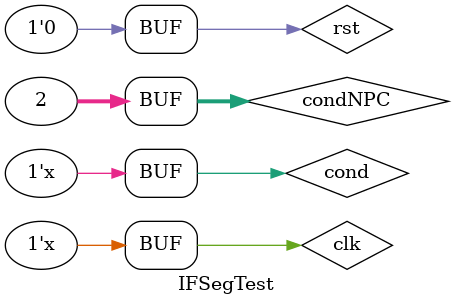
<source format=v>
`timescale 1ns / 1ps


module IFSegTest;

	// Inputs
	reg clk;
	reg rst;
	reg cond;
	reg [31:0] condNPC;

	// Outputs
	wire [31:0] NPC;
	wire [31:0] IR;

	// Instantiate the Unit Under Test (UUT)
	IFSeg uut (
		.clk(clk), 
		.rst(rst), 
		.cond(cond), 
		.condNPC(condNPC), 
		.NPC(NPC), 
		.IR(IR)
	);

	always #10 clk = ~clk;
	always #100 cond = ~cond;

	initial begin
		// Initialize Inputs
		clk = 0;
		rst = 0;
		cond = 0;
		condNPC = 0;
		// Wait 100 ns for global reset to finish
		#100;
		condNPC = 1;
		#100;
		condNPC = 12;
		#100;
		condNPC = 123;
		#100;
		condNPC = 12345;
		#100;
		condNPC = 0;
		#100;
		condNPC = 2;
        
		// Add stimulus here

	end
      
endmodule


</source>
